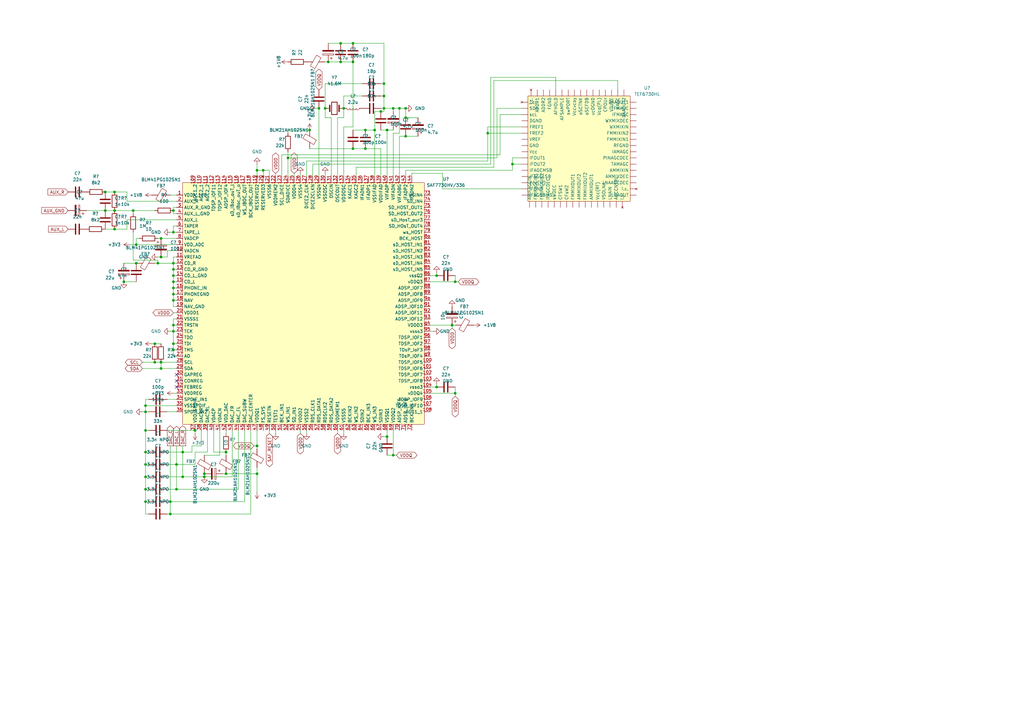
<source format=kicad_sch>
(kicad_sch (version 20211123) (generator eeschema)
  (paper "A3")
  (lib_symbols
    (symbol "Device:C" (pin_numbers hide) (pin_names (offset 0.254))
      (property "Reference" "C" (at 0.635 2.54 0))
      (property "Value" "C" (at 0.635 -2.54 0))
      (symbol "C_1_1"
        (pin passive line (at 0 3.81 270) (length 2.794) (name "~") (number "1"))
        (pin passive line (at 0 -3.81 90) (length 2.794) (name "~") (number "2"))
      )
    )
    (symbol "Device:C_Polarized" (pin_numbers hide) (pin_names (offset 0.254))
      (property "Reference" "C" (at 0.635 2.54 0))
      (property "Value" "C_Polarized" (at 0.635 -2.54 0))
      (symbol "C_Polarized_1_1"
        (pin passive line (at 0 3.81 270) (length 2.794) (name "~") (number "1"))
        (pin passive line (at 0 -3.81 90) (length 2.794) (name "~") (number "2"))
      )
    )
    (symbol "Device:Crystal" (pin_numbers hide) (pin_names (offset 1.016) hide)
      (property "Reference" "Y" (at 0 3.81 0))
      (property "Value" "Crystal" (at 0 -3.81 0))
      (symbol "Crystal_1_1"
        (pin passive line (at -3.81 0 0) (length 1.27) (name "1") (number "1"))
        (pin passive line (at 3.81 0 180) (length 1.27) (name "2") (number "2"))
      )
    )
    (symbol "Device:FerriteBead" (pin_numbers hide) (pin_names (offset 0))
      (property "Reference" "FB" (at -3.81 0.635 90))
      (property "Value" "FerriteBead" (at 3.81 0 90))
      (symbol "FerriteBead_1_1"
        (pin passive line (at 0 3.81 270) (length 2.54) (name "~") (number "1"))
        (pin passive line (at 0 -3.81 90) (length 2.54) (name "~") (number "2"))
      )
    )
    (symbol "Device:L" (pin_numbers hide) (pin_names (offset 1.016) hide)
      (property "Reference" "L" (at -1.27 0 90))
      (property "Value" "L" (at 1.905 0 90))
      (symbol "L_1_1"
        (pin passive line (at 0 3.81 270) (length 1.27) (name "1") (number "1"))
        (pin passive line (at 0 -3.81 90) (length 1.27) (name "2") (number "2"))
      )
    )
    (symbol "Device:R" (pin_numbers hide) (pin_names (offset 0))
      (property "Reference" "R" (at 2.032 0 90))
      (property "Value" "R" (at 0 0 90))
      (symbol "R_1_1"
        (pin passive line (at 0 3.81 270) (length 1.27) (name "~") (number "1"))
        (pin passive line (at 0 -3.81 90) (length 1.27) (name "~") (number "2"))
      )
    )
    (symbol "NXP_Radio:SAF7730HV{slash}336"
      (property "Reference" "U" (at 50.8 -57.15 0))
      (property "Value" "SAF7730HV{slash}336" (at 50.8 -54.61 0))
      (symbol "SAF7730HV{slash}336_0_0"
        (pin power_in line (at -1.27 -5.08 0) (length 2.54) (name "VDDA_1V8") (number "1"))
        (pin unspecified line (at -1.27 -27.94 0) (length 2.54) (name "VADCN") (number "10"))
        (pin unspecified line (at 102.87 -73.66 180) (length 2.54) (name "TDSP_IOF5") (number "100"))
        (pin unspecified line (at 102.87 -76.2 180) (length 2.54) (name "TDSP_IOF6") (number "101"))
        (pin unspecified line (at 102.87 -78.74 180) (length 2.54) (name "TDSP_IOF7") (number "102"))
        (pin unspecified line (at 102.87 -81.28 180) (length 2.54) (name "TDSP_IOF8") (number "103"))
        (pin unspecified line (at 102.87 -83.82 180) (length 2.54) (name "vsso3") (number "104"))
        (pin unspecified line (at 102.87 -86.36 180) (length 2.54) (name "vDDQ4") (number "105"))
        (pin unspecified line (at 102.87 -88.9 180) (length 2.54) (name "TDSP_IOF9") (number "106"))
        (pin unspecified line (at 102.87 -91.44 180) (length 2.54) (name "TDSP_IOF10") (number "107"))
        (pin unspecified line (at 102.87 -93.98 180) (length 2.54) (name "AGC1_1") (number "108"))
        (pin unspecified line (at 6.35 2.54 270) (length 2.54) (name "AGC1_2") (number "109"))
        (pin unspecified line (at -1.27 -30.48 0) (length 2.54) (name "VREFAD") (number "11"))
        (pin unspecified line (at 8.89 2.54 270) (length 2.54) (name "AGC2_1") (number "110"))
        (pin unspecified line (at 11.43 2.54 270) (length 2.54) (name "AGC2_2") (number "111"))
        (pin unspecified line (at 13.97 2.54 270) (length 2.54) (name "TDSP_IOF11") (number "112"))
        (pin unspecified line (at 16.51 2.54 270) (length 2.54) (name "TDSP_IOF12") (number "113"))
        (pin unspecified line (at 19.05 2.54 270) (length 2.54) (name "ADSP_IOF4") (number "114"))
        (pin unspecified line (at 21.59 2.54 270) (length 2.54) (name "sD_IBoc_ouT_l") (number "115"))
        (pin unspecified line (at 24.13 2.54 270) (length 2.54) (name "sD_IBoc_ouT_o") (number "116"))
        (pin unspecified line (at 26.67 2.54 270) (length 2.54) (name "WS_IBOC_OUT") (number "117"))
        (pin unspecified line (at 29.21 2.54 270) (length 2.54) (name "BCK_IBOC_OUT") (number "118"))
        (pin no_connect line (at 31.75 2.54 270) (length 2.54) (name "RESERVED2") (number "119"))
        (pin unspecified line (at -1.27 -33.02 0) (length 2.54) (name "CD_R") (number "12"))
        (pin no_connect line (at 34.29 2.54 270) (length 2.54) (name "RESERVED3") (number "120"))
        (pin unspecified line (at 36.83 2.54 270) (length 2.54) (name "VSSS6") (number "121"))
        (pin unspecified line (at 39.37 2.54 270) (length 2.54) (name "VDDMEM2") (number "122"))
        (pin unspecified line (at 41.91 2.54 270) (length 2.54) (name "SCL_DICE") (number "123"))
        (pin unspecified line (at 44.45 2.54 270) (length 2.54) (name "SDADICE") (number "124"))
        (pin unspecified line (at 46.99 2.54 270) (length 2.54) (name "VDDD4") (number "125"))
        (pin unspecified line (at 49.53 2.54 270) (length 2.54) (name "VSSS4") (number "126"))
        (pin unspecified line (at 52.07 2.54 270) (length 2.54) (name "DICE2_CLK") (number "127"))
        (pin unspecified line (at 54.61 2.54 270) (length 2.54) (name "DICE2CLKN") (number "128"))
        (pin unspecified line (at 57.15 2.54 270) (length 2.54) (name "VSSQ4") (number "129"))
        (pin unspecified line (at -1.27 -35.56 0) (length 2.54) (name "CD_R_GND") (number "13"))
        (pin unspecified line (at 59.69 2.54 270) (length 2.54) (name "VSSOSC") (number "130"))
        (pin unspecified line (at 62.23 2.54 270) (length 2.54) (name "OSCIN") (number "131"))
        (pin unspecified line (at 64.77 2.54 270) (length 2.54) (name "OSCOUT") (number "132"))
        (pin unspecified line (at 67.31 2.54 270) (length 2.54) (name "VDDOSC") (number "133"))
        (pin unspecified line (at 69.85 2.54 270) (length 2.54) (name "KAGC1") (number "134"))
        (pin unspecified line (at 72.39 2.54 270) (length 2.54) (name "KAGC2") (number "135"))
        (pin unspecified line (at 74.93 2.54 270) (length 2.54) (name "IFADN1") (number "136"))
        (pin unspecified line (at 77.47 2.54 270) (length 2.54) (name "IFADP1") (number "137"))
        (pin unspecified line (at 80.01 2.54 270) (length 2.54) (name "VSSIFAD") (number "138"))
        (pin unspecified line (at 82.55 2.54 270) (length 2.54) (name "VDDIFAD") (number "139"))
        (pin unspecified line (at -1.27 -38.1 0) (length 2.54) (name "CD_L_GND") (number "14"))
        (pin unspecified line (at 85.09 2.54 270) (length 2.54) (name "VIFADP") (number "140"))
        (pin unspecified line (at 87.63 2.54 270) (length 2.54) (name "VIFADN") (number "141"))
        (pin unspecified line (at 90.17 2.54 270) (length 2.54) (name "VIFADBG") (number "142"))
        (pin unspecified line (at 92.71 2.54 270) (length 2.54) (name "IFADP2") (number "143"))
        (pin unspecified line (at 95.25 2.54 270) (length 2.54) (name "IFADN2") (number "144"))
        (pin unspecified line (at -1.27 -40.64 0) (length 2.54) (name "CD_L") (number "15"))
        (pin unspecified line (at -1.27 -43.18 0) (length 2.54) (name "PHONE_IN") (number "16"))
        (pin unspecified line (at -1.27 -45.72 0) (length 2.54) (name "PHONEGND") (number "17"))
        (pin unspecified line (at -1.27 -48.26 0) (length 2.54) (name "NAV") (number "18"))
        (pin unspecified line (at -1.27 -50.8 0) (length 2.54) (name "NAV_GND") (number "19"))
        (pin unspecified line (at -1.27 -7.62 0) (length 2.54) (name "AUX_R") (number "2"))
        (pin unspecified line (at -1.27 -53.34 0) (length 2.54) (name "VDDD1") (number "20"))
        (pin unspecified line (at -1.27 -55.88 0) (length 2.54) (name "VSSS1") (number "21"))
        (pin unspecified line (at -1.27 -58.42 0) (length 2.54) (name "TRSTN") (number "22"))
        (pin unspecified line (at -1.27 -60.96 0) (length 2.54) (name "TCK") (number "23"))
        (pin unspecified line (at -1.27 -63.5 0) (length 2.54) (name "TDO") (number "24"))
        (pin unspecified line (at -1.27 -66.04 0) (length 2.54) (name "TDI") (number "25"))
        (pin unspecified line (at -1.27 -68.58 0) (length 2.54) (name "TMS") (number "26"))
        (pin unspecified line (at -1.27 -71.12 0) (length 2.54) (name "AO") (number "27"))
        (pin unspecified line (at -1.27 -73.66 0) (length 2.54) (name "SCL") (number "28"))
        (pin unspecified line (at -1.27 -76.2 0) (length 2.54) (name "SDA") (number "29"))
        (pin power_in line (at -1.27 -10.16 0) (length 2.54) (name "AUX_R_GND") (number "3"))
        (pin unspecified line (at -1.27 -78.74 0) (length 2.54) (name "GAPREG") (number "30"))
        (pin unspecified line (at -1.27 -81.28 0) (length 2.54) (name "CONREG") (number "31"))
        (pin unspecified line (at -1.27 -83.82 0) (length 2.54) (name "FEBREG") (number "32"))
        (pin unspecified line (at -1.27 -86.36 0) (length 2.54) (name "VDDREG") (number "33"))
        (pin unspecified line (at -1.27 -88.9 0) (length 2.54) (name "SPDIF_IN1") (number "34"))
        (pin unspecified line (at -1.27 -91.44 0) (length 2.54) (name "VSSSPDIF") (number "35"))
        (pin unspecified line (at -1.27 -93.98 0) (length 2.54) (name "SPDIF_IN2") (number "36"))
        (pin unspecified line (at 6.35 -101.6 90) (length 2.54) (name "VDD_SPDIF") (number "37"))
        (pin unspecified line (at 8.89 -101.6 90) (length 2.54) (name "DACRR") (number "38"))
        (pin unspecified line (at 11.43 -101.6 90) (length 2.54) (name "DAC_RL") (number "39"))
        (pin power_in line (at -1.27 -12.7 0) (length 2.54) (name "AUX_L_GND") (number "4"))
        (pin unspecified line (at 13.97 -101.6 90) (length 2.54) (name "VDACP") (number "40"))
        (pin unspecified line (at 16.51 -101.6 90) (length 2.54) (name "VDACN") (number "41"))
        (pin unspecified line (at 19.05 -101.6 90) (length 2.54) (name "VDD_DAC") (number "42"))
        (pin unspecified line (at 21.59 -101.6 90) (length 2.54) (name "DAC_FR") (number "43"))
        (pin unspecified line (at 24.13 -101.6 90) (length 2.54) (name "DAC_FL") (number "44"))
        (pin unspecified line (at 26.67 -101.6 90) (length 2.54) (name "DAC_SUBW") (number "45"))
        (pin unspecified line (at 29.21 -101.6 90) (length 2.54) (name "DAC_CENTER") (number "46"))
        (pin unspecified line (at 31.75 -101.6 90) (length 2.54) (name "VDDQ1") (number "47"))
        (pin unspecified line (at 34.29 -101.6 90) (length 2.54) (name "FS_SYS") (number "48"))
        (pin unspecified line (at 36.83 -101.6 90) (length 2.54) (name "RESETN") (number "49"))
        (pin unspecified line (at -1.27 -15.24 0) (length 2.54) (name "AUX_L") (number "5"))
        (pin unspecified line (at 39.37 -101.6 90) (length 2.54) (name "TEST1") (number "50"))
        (pin unspecified line (at 41.91 -101.6 90) (length 2.54) (name "BCK_IN1") (number "51"))
        (pin unspecified line (at 44.45 -101.6 90) (length 2.54) (name "WS_IN1") (number "52"))
        (pin unspecified line (at 46.99 -101.6 90) (length 2.54) (name "SD_IN1") (number "53"))
        (pin unspecified line (at 49.53 -101.6 90) (length 2.54) (name "VDDD2") (number "54"))
        (pin unspecified line (at 52.07 -101.6 90) (length 2.54) (name "VSSS2") (number "55"))
        (pin unspecified line (at 54.61 -101.6 90) (length 2.54) (name "RDS_CLK1") (number "56"))
        (pin unspecified line (at 57.15 -101.6 90) (length 2.54) (name "RDS_DATA1") (number "57"))
        (pin unspecified line (at 59.69 -101.6 90) (length 2.54) (name "RDSCLK2") (number "58"))
        (pin unspecified line (at 62.23 -101.6 90) (length 2.54) (name "RDS_DATA2") (number "59"))
        (pin unspecified line (at -1.27 -17.78 0) (length 2.54) (name "TAPER") (number "6"))
        (pin unspecified line (at 64.77 -101.6 90) (length 2.54) (name "VDDMEM1") (number "60"))
        (pin unspecified line (at 67.31 -101.6 90) (length 2.54) (name "VSSS5") (number "61"))
        (pin unspecified line (at 69.85 -101.6 90) (length 2.54) (name "BCKIN2") (number "62"))
        (pin unspecified line (at 72.39 -101.6 90) (length 2.54) (name "WS_IN2") (number "63"))
        (pin unspecified line (at 74.93 -101.6 90) (length 2.54) (name "SDIN2") (number "64"))
        (pin unspecified line (at 77.47 -101.6 90) (length 2.54) (name "BCK_IN3") (number "65"))
        (pin unspecified line (at 80.01 -101.6 90) (length 2.54) (name "WS_IN3") (number "66"))
        (pin unspecified line (at 82.55 -101.6 90) (length 2.54) (name "SDIN3") (number "67"))
        (pin unspecified line (at 85.09 -101.6 90) (length 2.54) (name "VSSQ1") (number "68"))
        (pin unspecified line (at 87.63 -101.6 90) (length 2.54) (name "VDDQ2") (number "69"))
        (pin unspecified line (at -1.27 -20.32 0) (length 2.54) (name "TAPE_L") (number "7"))
        (pin unspecified line (at 90.17 -101.6 90) (length 2.54) (name "ADSP_IOF5") (number "70"))
        (pin unspecified line (at 92.71 -101.6 90) (length 2.54) (name "ADSP_IOF6") (number "71"))
        (pin unspecified line (at 95.25 -101.6 90) (length 2.54) (name "BCK_IN4") (number "72"))
        (pin unspecified line (at 102.87 -5.08 180) (length 2.54) (name "WSIN4") (number "73"))
        (pin unspecified line (at 102.87 -7.62 180) (length 2.54) (name "SD_IN4") (number "74"))
        (pin unspecified line (at 102.87 -10.16 180) (length 2.54) (name "SD_HOST_OUT1") (number "75"))
        (pin unspecified line (at 102.87 -12.7 180) (length 2.54) (name "SD_HOST_OUT2") (number "76"))
        (pin unspecified line (at 102.87 -15.24 180) (length 2.54) (name "sD_HosT_our3") (number "77"))
        (pin unspecified line (at 102.87 -17.78 180) (length 2.54) (name "SD_HOsT_OUT4") (number "78"))
        (pin unspecified line (at 102.87 -20.32 180) (length 2.54) (name "ws_HOST") (number "79"))
        (pin unspecified line (at -1.27 -22.86 0) (length 2.54) (name "VADCP") (number "8"))
        (pin unspecified line (at 102.87 -25.4 180) (length 2.54) (name "sD_HOST_IN1") (number "81"))
        (pin unspecified line (at 102.87 -27.94 180) (length 2.54) (name "sD_HOST_IN2") (number "82"))
        (pin unspecified line (at 102.87 -30.48 180) (length 2.54) (name "sD_HOST_IN3") (number "83"))
        (pin unspecified line (at 102.87 -33.02 180) (length 2.54) (name "sD_HOST_IN4") (number "84"))
        (pin unspecified line (at 102.87 -35.56 180) (length 2.54) (name "sD_HOST_IN5") (number "85"))
        (pin unspecified line (at 102.87 -38.1 180) (length 2.54) (name "vssQ2") (number "86"))
        (pin unspecified line (at 102.87 -40.64 180) (length 2.54) (name "vDDQ3") (number "87"))
        (pin unspecified line (at 102.87 -43.18 180) (length 2.54) (name "ADSP_IOF7") (number "88"))
        (pin unspecified line (at 102.87 -45.72 180) (length 2.54) (name "ADSP_IOF8") (number "89"))
        (pin unspecified line (at 102.87 -22.86 180) (length 2.54) (name "BCK_HOST") (number "8o"))
        (pin unspecified line (at -1.27 -25.4 0) (length 2.54) (name "VDD_ADC") (number "9"))
        (pin unspecified line (at 102.87 -50.8 180) (length 2.54) (name "ADSP_IOF10") (number "91"))
        (pin unspecified line (at 102.87 -53.34 180) (length 2.54) (name "ADSP_IOF11") (number "92"))
        (pin unspecified line (at 102.87 -55.88 180) (length 2.54) (name "ADSP_IOF12") (number "93"))
        (pin unspecified line (at 102.87 -60.96 180) (length 2.54) (name "vsss3") (number "95"))
        (pin unspecified line (at 102.87 -63.5 180) (length 2.54) (name "TDSP_IOF1") (number "96"))
        (pin unspecified line (at 102.87 -66.04 180) (length 2.54) (name "TDSP_IOF2") (number "97"))
        (pin unspecified line (at 102.87 -68.58 180) (length 2.54) (name "TDsP_IoF3") (number "98"))
        (pin unspecified line (at 102.87 -48.26 180) (length 2.54) (name "ADSP_IOF9") (number "9o"))
        (pin unspecified line (at 102.87 -58.42 180) (length 2.54) (name "VDDD3") (number "g4"))
        (pin unspecified line (at 102.87 -71.12 180) (length 2.54) (name "TDsP_IOF4") (number "g9"))
      )
    )
    (symbol "NXP_Radio:TEF6730HL"
      (property "Reference" "U" (at 50.165 4.445 0))
      (property "Value" "TEF6730HL" (at 50.8 2.54 0))
      (symbol "TEF6730HL_0_0"
        (pin unspecified line (at 48.26 -3.175 180) (length 2.54) (name "ADDR1") (number ""))
        (pin unspecified line (at 48.26 -5.715 180) (length 2.54) (name "ADDR2") (number ""))
        (pin unspecified line (at 48.26 -10.795 180) (length 2.54) (name "AFHOLD") (number ""))
        (pin unspecified line (at 48.26 -13.335 180) (length 2.54) (name "AFSAMPLE") (number ""))
        (pin unspecified line (at 0 -35.56 0) (length 2.54) (name "AGCCNTRL") (number ""))
        (pin unspecified line (at 0 0 0) (length 2.54) (name "AMIFAGCIN") (number ""))
        (pin unspecified line (at 12.7 -43.815 90) (length 2.54) (name "AMMIXDEC") (number ""))
        (pin unspecified line (at 15.24 -43.815 90) (length 2.54) (name "AMMIXIN") (number ""))
        (pin unspecified line (at 0 -25.4 0) (length 2.54) (name "AMMIXOUT1") (number ""))
        (pin unspecified line (at 0 -20.32 0) (length 2.54) (name "AMMIXOUT2") (number ""))
        (pin unspecified line (at 0 -12.7 0) (length 2.54) (name "CFSW1") (number ""))
        (pin unspecified line (at 0 -15.24 0) (length 2.54) (name "CFsW2") (number ""))
        (pin unspecified line (at 48.26 -31.115 180) (length 2.54) (name "CPOUr") (number ""))
        (pin unspecified line (at 43.18 -43.815 90) (length 2.54) (name "DAAOUT1") (number ""))
        (pin unspecified line (at 48.26 -38.735 180) (length 2.54) (name "DAAOUT2") (number ""))
        (pin unspecified line (at 35.56 3.175 270) (length 2.54) (name "DGND") (number ""))
        (pin unspecified line (at 48.26 -8.255 180) (length 2.54) (name "FGND") (number ""))
        (pin unspecified line (at 0 -2.54 0) (length 2.54) (name "FMIFAGCIN1") (number ""))
        (pin unspecified line (at 0 -5.08 0) (length 2.54) (name "FMIFAGCIN2") (number ""))
        (pin unspecified line (at 0 -22.86 0) (length 2.54) (name "FMMIIXOUT2") (number ""))
        (pin unspecified line (at 27.94 -43.815 90) (length 2.54) (name "FMMIXIN1") (number ""))
        (pin unspecified line (at 30.48 -43.815 90) (length 2.54) (name "FMMIXIN2") (number ""))
        (pin unspecified line (at 0 -17.78 0) (length 2.54) (name "FMMIXOUT1") (number ""))
        (pin unspecified line (at 33.02 3.175 270) (length 2.54) (name "FREF1") (number ""))
        (pin unspecified line (at 30.48 3.175 270) (length 2.54) (name "FREF2") (number ""))
        (pin unspecified line (at 25.4 3.175 270) (length 2.54) (name "GND") (number ""))
        (pin no_connect line (at 0 -38.1 0) (length 2.54) (name "i.c.") (number ""))
        (pin no_connect line (at 7.62 -43.815 90) (length 2.54) (name "i.c.") (number ""))
        (pin no_connect line (at 43.18 3.175 270) (length 2.54) (name "i.c.") (number ""))
        (pin no_connect line (at 48.26 -0.635 180) (length 2.54) (name "i.c.") (number ""))
        (pin unspecified line (at 22.86 -43.815 90) (length 2.54) (name "IAMAGC") (number ""))
        (pin unspecified line (at 5.08 3.175 270) (length 2.54) (name "IFAGCBIAS") (number ""))
        (pin unspecified line (at 0 -7.62 0) (length 2.54) (name "IFAGCDEC") (number ""))
        (pin unspecified line (at 12.7 3.175 270) (length 2.54) (name "IFAGCLSB") (number ""))
        (pin unspecified line (at 7.62 3.175 270) (length 2.54) (name "IFGND") (number ""))
        (pin unspecified line (at 38.1 -43.815 90) (length 2.54) (name "IFMAGC") (number ""))
        (pin unspecified line (at 20.32 3.175 270) (length 2.54) (name "IFOUT1") (number ""))
        (pin unspecified line (at 17.78 3.175 270) (length 2.54) (name "IFOUT2") (number ""))
        (pin unspecified line (at 48.26 -36.195 180) (length 2.54) (name "KAGC") (number ""))
        (pin unspecified line (at 15.24 3.175 270) (length 2.54) (name "lFAGCMSB") (number ""))
        (pin unspecified line (at 10.16 -43.815 90) (length 2.54) (name "LNAAGCDEC") (number ""))
        (pin unspecified line (at 0 -33.02 0) (length 2.54) (name "LNAIN") (number ""))
        (pin unspecified line (at 5.08 -43.815 90) (length 2.54) (name "LNAOUT") (number ""))
        (pin unspecified line (at 48.26 -23.495 180) (length 2.54) (name "oSCFDB") (number ""))
        (pin unspecified line (at 48.26 -20.955 180) (length 2.54) (name "oSCTNK") (number ""))
        (pin unspecified line (at 20.32 -43.815 90) (length 2.54) (name "PINAGCDEC") (number ""))
        (pin unspecified line (at 25.4 -43.815 90) (length 2.54) (name "RFGND") (number ""))
        (pin unspecified line (at 38.1 3.175 270) (length 2.54) (name "scL") (number ""))
        (pin unspecified line (at 40.64 3.175 270) (length 2.54) (name "SDA") (number ""))
        (pin unspecified line (at 0 -10.16 0) (length 2.54) (name "sWDEC") (number ""))
        (pin unspecified line (at 48.26 -15.875 180) (length 2.54) (name "swPORT") (number ""))
        (pin unspecified line (at 17.78 -43.815 90) (length 2.54) (name "TAMAGC") (number ""))
        (pin unspecified line (at 40.64 -43.815 90) (length 2.54) (name "TFMAGC") (number ""))
        (pin unspecified line (at 0 -30.48 0) (length 2.54) (name "V5OLNA") (number ""))
        (pin unspecified line (at 22.86 3.175 270) (length 2.54) (name "Vcc") (number ""))
        (pin unspecified line (at 10.16 3.175 270) (length 2.54) (name "Vcc(IF)") (number ""))
        (pin unspecified line (at 0 -27.94 0) (length 2.54) (name "Vcc(RF)") (number ""))
        (pin unspecified line (at 48.26 -18.415 180) (length 2.54) (name "Vccvcoy") (number ""))
        (pin unspecified line (at 48.26 -26.035 180) (length 2.54) (name "vcOGND") (number ""))
        (pin unspecified line (at 48.26 -28.575 180) (length 2.54) (name "Vcq(PL)") (number ""))
        (pin unspecified line (at 27.94 3.175 270) (length 2.54) (name "VREF") (number ""))
        (pin unspecified line (at 48.26 -33.655 180) (length 2.54) (name "VTUNE") (number ""))
        (pin unspecified line (at 35.56 -43.815 90) (length 2.54) (name "WXMIXDEC") (number ""))
        (pin unspecified line (at 33.02 -43.815 90) (length 2.54) (name "WXMIXIN") (number ""))
      )
    )
    (symbol "power:+1V8" (power) (pin_names (offset 0))
      (property "Value" "+1V8" (at 0 3.556 0))
      (symbol "+1V8_1_1"
        (pin power_in line (at 0 0 90) (length 0) hide (name "+1V8") (number "1"))
      )
    )
    (symbol "power:+3.3V" (power) (pin_names (offset 0))
      (property "Value" "+3.3V" (at 0 3.556 0))
      (symbol "+3.3V_1_1"
        (pin power_in line (at 0 0 90) (length 0) hide (name "+3V3") (number "1"))
      )
    )
    (symbol "power:GND" (power) (pin_names (offset 0))
      (property "Value" "GND" (at 0 -3.81 0))
      (symbol "GND_1_1"
        (pin power_in line (at 0 0 270) (length 0) hide (name "GND") (number "1"))
      )
    )
  )
  (junction (at 63.5 140.97))
  (junction (at 92.71 185.42))
  (junction (at 64.77 107.95))
  (junction (at 163.83 44.45))
  (junction (at 185.42 133.35))
  (junction (at 74.93 195.58))
  (junction (at 63.5 148.59))
  (junction (at 69.85 210.82))
  (junction (at 161.29 44.45))
  (junction (at 144.78 25.4))
  (junction (at 139.7 17.78))
  (junction (at 71.12 86.36))
  (junction (at 166.37 44.45))
  (junction (at 144.78 60.96))
  (junction (at 92.71 194.31))
  (junction (at 71.12 95.25))
  (junction (at 59.69 176.53))
  (junction (at 59.69 195.58))
  (junction (at 71.12 110.49))
  (junction (at 127 53.34))
  (junction (at 179.07 113.03))
  (junction (at 105.41 194.31))
  (junction (at 149.86 53.34))
  (junction (at 107.95 69.85))
  (junction (at 43.18 78.74))
  (junction (at 46.99 93.98))
  (junction (at 186.69 161.29))
  (junction (at 66.04 148.59))
  (junction (at 72.39 200.66))
  (junction (at 71.12 143.51))
  (junction (at 71.12 140.97))
  (junction (at 71.12 115.57))
  (junction (at 66.04 151.13))
  (junction (at 118.11 64.77))
  (junction (at 156.21 45.72))
  (junction (at 210.185 67.31))
  (junction (at 133.35 44.45))
  (junction (at 140.97 44.45))
  (junction (at 59.69 166.37))
  (junction (at 158.75 179.07))
  (junction (at 71.12 120.65))
  (junction (at 139.7 25.4))
  (junction (at 157.48 34.29))
  (junction (at 186.69 115.57))
  (junction (at 59.69 200.66))
  (junction (at 157.48 39.37))
  (junction (at 71.12 123.19))
  (junction (at 166.37 55.88))
  (junction (at 72.39 190.5))
  (junction (at 66.04 105.41))
  (junction (at 105.41 182.88))
  (junction (at 71.12 107.95))
  (junction (at 43.18 86.36))
  (junction (at 80.01 176.53))
  (junction (at 59.69 168.91))
  (junction (at 130.81 44.45))
  (junction (at 83.82 194.31))
  (junction (at 161.29 186.69))
  (junction (at 74.93 185.42))
  (junction (at 83.82 195.58))
  (junction (at 200.025 54.61))
  (junction (at 59.69 205.74))
  (junction (at 54.61 86.36))
  (junction (at 144.78 17.78))
  (junction (at 71.12 135.89))
  (junction (at 46.99 86.36))
  (junction (at 149.86 60.96))
  (junction (at 46.99 78.74))
  (junction (at 71.12 118.11))
  (junction (at 157.48 44.45))
  (junction (at 158.75 53.34))
  (junction (at 69.85 205.74))
  (junction (at 166.37 48.26))
  (junction (at 59.69 190.5))
  (junction (at 71.12 133.35))
  (junction (at 153.67 53.34))
  (junction (at 55.88 100.33))
  (junction (at 134.62 25.4))
  (junction (at 179.07 158.75))
  (junction (at 71.12 113.03))
  (junction (at 66.04 97.79))
  (junction (at 105.41 69.85))
  (junction (at 55.88 107.95))
  (junction (at 59.69 185.42))
  (junction (at 50.8 115.57))
  (no_connect (at 72.39 156.21))
  (no_connect (at 72.39 158.75))
  (no_connect (at 72.39 153.67))
  (wire (pts (xy 163.83 55.88) (xy 166.37 55.88)))
  (wire (pts (xy 118.11 72.39) (xy 118.11 64.77)))
  (wire (pts (xy 110.49 69.85) (xy 107.95 69.85)))
  (wire (pts (xy 63.5 148.59) (xy 66.04 148.59)))
  (wire (pts (xy 59.69 205.74) (xy 60.96 205.74)))
  (wire (pts (xy 72.39 125.73) (xy 71.12 125.73)))
  (wire (pts (xy 55.88 97.79) (xy 55.88 100.33)))
  (wire (pts (xy 135.89 48.26) (xy 133.35 48.26)))
  (wire (pts (xy 87.63 185.42) (xy 92.71 185.42)))
  (wire (pts (xy 82.55 176.53) (xy 82.55 182.88)))
  (wire (pts (xy 71.12 110.49) (xy 71.12 113.03)))
  (wire (pts (xy 201.295 31.75) (xy 201.295 67.31)))
  (wire (pts (xy 71.12 123.19) (xy 71.12 125.73)))
  (wire (pts (xy 71.12 110.49) (xy 72.39 110.49)))
  (wire (pts (xy 83.82 194.31) (xy 83.82 195.58)))
  (wire (pts (xy 43.18 86.36) (xy 46.99 86.36)))
  (wire (pts (xy 35.56 86.36) (xy 43.18 86.36)))
  (wire (pts (xy 118.11 54.61) (xy 118.11 53.34)))
  (wire (pts (xy 58.42 168.91) (xy 59.69 168.91)))
  (wire (pts (xy 64.77 105.41) (xy 66.04 105.41)))
  (wire (pts (xy 168.91 72.39) (xy 168.91 71.12)))
  (wire (pts (xy 85.09 185.42) (xy 85.09 176.53)))
  (wire (pts (xy 92.71 185.42) (xy 92.71 186.69)))
  (wire (pts (xy 161.29 54.61) (xy 163.83 54.61)))
  (wire (pts (xy 186.69 113.03) (xy 186.69 115.57)))
  (wire (pts (xy 80.01 176.53) (xy 80.01 177.8)))
  (wire (pts (xy 59.69 195.58) (xy 59.69 200.66)))
  (wire (pts (xy 72.39 200.66) (xy 68.58 200.66)))
  (wire (pts (xy 69.85 205.74) (xy 68.58 205.74)))
  (wire (pts (xy 71.12 161.29) (xy 72.39 161.29)))
  (wire (pts (xy 66.04 105.41) (xy 68.58 105.41)))
  (wire (pts (xy 149.86 53.34) (xy 153.67 53.34)))
  (wire (pts (xy 203.835 44.45) (xy 203.835 64.77)))
  (wire (pts (xy 171.45 55.88) (xy 166.37 55.88)))
  (wire (pts (xy 72.39 190.5) (xy 72.39 200.66)))
  (wire (pts (xy 72.39 90.17) (xy 52.07 90.17)))
  (wire (pts (xy 153.67 53.34) (xy 153.67 72.39)))
  (wire (pts (xy 153.67 45.72) (xy 153.67 53.34)))
  (wire (pts (xy 166.37 69.85) (xy 210.185 69.85)))
  (wire (pts (xy 113.03 71.12) (xy 113.03 72.39)))
  (wire (pts (xy 140.97 39.37) (xy 140.97 44.45)))
  (wire (pts (xy 54.61 95.25) (xy 54.61 106.68)))
  (wire (pts (xy 227.965 31.75) (xy 227.965 36.83)))
  (wire (pts (xy 105.41 201.93) (xy 105.41 194.31)))
  (wire (pts (xy 72.39 143.51) (xy 71.12 143.51)))
  (wire (pts (xy 120.65 71.12) (xy 120.65 72.39)))
  (wire (pts (xy 74.93 195.58) (xy 68.58 195.58)))
  (wire (pts (xy 78.74 182.88) (xy 82.55 182.88)))
  (wire (pts (xy 97.79 176.53) (xy 97.79 200.66)))
  (wire (pts (xy 68.58 190.5) (xy 72.39 190.5)))
  (wire (pts (xy 53.34 100.33) (xy 55.88 100.33)))
  (wire (pts (xy 157.48 34.29) (xy 157.48 39.37)))
  (wire (pts (xy 158.75 186.69) (xy 161.29 186.69)))
  (wire (pts (xy 181.61 77.47) (xy 213.995 77.47)))
  (wire (pts (xy 144.78 17.78) (xy 157.48 17.78)))
  (wire (pts (xy 158.75 53.34) (xy 161.29 53.34)))
  (wire (pts (xy 100.33 205.74) (xy 69.85 205.74)))
  (wire (pts (xy 71.12 120.65) (xy 71.12 123.19)))
  (wire (pts (xy 69.85 135.89) (xy 71.12 135.89)))
  (wire (pts (xy 66.04 148.59) (xy 72.39 148.59)))
  (wire (pts (xy 71.12 133.35) (xy 71.12 135.89)))
  (wire (pts (xy 105.41 194.31) (xy 105.41 191.77)))
  (wire (pts (xy 140.97 52.07) (xy 144.78 52.07)))
  (wire (pts (xy 105.41 182.88) (xy 105.41 184.15)))
  (wire (pts (xy 210.185 69.85) (xy 210.185 67.31)))
  (wire (pts (xy 123.19 176.53) (xy 123.19 177.8)))
  (wire (pts (xy 123.19 71.12) (xy 123.19 72.39)))
  (wire (pts (xy 66.04 151.13) (xy 72.39 151.13)))
  (wire (pts (xy 168.91 71.12) (xy 181.61 71.12)))
  (wire (pts (xy 71.12 85.09) (xy 71.12 86.36)))
  (wire (pts (xy 74.93 185.42) (xy 74.93 195.58)))
  (wire (pts (xy 69.85 182.88) (xy 69.85 205.74)))
  (wire (pts (xy 163.83 54.61) (xy 163.83 44.45)))
  (wire (pts (xy 71.12 135.89) (xy 71.12 140.97)))
  (wire (pts (xy 133.35 48.26) (xy 133.35 44.45)))
  (wire (pts (xy 59.69 185.42) (xy 59.69 190.5)))
  (wire (pts (xy 69.85 95.25) (xy 71.12 95.25)))
  (wire (pts (xy 59.69 168.91) (xy 60.96 168.91)))
  (wire (pts (xy 156.21 39.37) (xy 157.48 39.37)))
  (wire (pts (xy 66.04 140.97) (xy 63.5 140.97)))
  (wire (pts (xy 71.12 118.11) (xy 72.39 118.11)))
  (wire (pts (xy 138.43 48.26) (xy 138.43 72.39)))
  (wire (pts (xy 92.71 176.53) (xy 92.71 177.8)))
  (wire (pts (xy 176.53 133.35) (xy 185.42 133.35)))
  (wire (pts (xy 71.12 92.71) (xy 72.39 92.71)))
  (wire (pts (xy 144.78 53.34) (xy 149.86 53.34)))
  (wire (pts (xy 59.69 163.83) (xy 59.69 166.37)))
  (wire (pts (xy 64.77 107.95) (xy 63.5 107.95)))
  (wire (pts (xy 50.8 107.95) (xy 55.88 107.95)))
  (wire (pts (xy 205.105 46.99) (xy 213.995 46.99)))
  (wire (pts (xy 205.105 63.5) (xy 205.105 46.99)))
  (wire (pts (xy 58.42 148.59) (xy 63.5 148.59)))
  (wire (pts (xy 181.61 77.47) (xy 181.61 71.12)))
  (wire (pts (xy 46.99 78.74) (xy 52.07 78.74)))
  (wire (pts (xy 133.35 71.12) (xy 133.35 72.39)))
  (wire (pts (xy 157.48 45.72) (xy 157.48 44.45)))
  (wire (pts (xy 146.05 72.39) (xy 146.05 68.58)))
  (wire (pts (xy 201.295 31.75) (xy 227.965 31.75)))
  (wire (pts (xy 179.07 157.48) (xy 179.07 158.75)))
  (wire (pts (xy 59.69 168.91) (xy 59.69 176.53)))
  (wire (pts (xy 71.12 146.05) (xy 71.12 143.51)))
  (wire (pts (xy 107.95 69.85) (xy 105.41 69.85)))
  (wire (pts (xy 163.83 55.88) (xy 163.83 72.39)))
  (wire (pts (xy 52.07 90.17) (xy 52.07 93.98)))
  (wire (pts (xy 125.73 72.39) (xy 125.73 66.04)))
  (wire (pts (xy 110.49 176.53) (xy 110.49 177.8)))
  (wire (pts (xy 166.37 72.39) (xy 166.37 69.85)))
  (wire (pts (xy 64.77 107.95) (xy 71.12 107.95)))
  (wire (pts (xy 105.41 69.85) (xy 105.41 67.31)))
  (wire (pts (xy 43.18 78.74) (xy 46.99 78.74)))
  (wire (pts (xy 139.7 25.4) (xy 144.78 25.4)))
  (wire (pts (xy 59.69 210.82) (xy 60.96 210.82)))
  (wire (pts (xy 59.69 190.5) (xy 60.96 190.5)))
  (wire (pts (xy 52.07 82.55) (xy 52.07 78.74)))
  (wire (pts (xy 200.025 66.04) (xy 200.025 54.61)))
  (wire (pts (xy 72.39 87.63) (xy 71.12 87.63)))
  (wire (pts (xy 210.185 67.31) (xy 210.185 64.77)))
  (wire (pts (xy 127 60.96) (xy 144.78 60.96)))
  (wire (pts (xy 60.96 176.53) (xy 59.69 176.53)))
  (wire (pts (xy 59.69 195.58) (xy 60.96 195.58)))
  (wire (pts (xy 69.85 80.01) (xy 72.39 80.01)))
  (wire (pts (xy 144.78 25.4) (xy 144.78 52.07)))
  (wire (pts (xy 128.27 72.39) (xy 128.27 67.31)))
  (wire (pts (xy 118.11 62.23) (xy 118.11 64.77)))
  (wire (pts (xy 71.12 123.19) (xy 72.39 123.19)))
  (wire (pts (xy 186.69 161.29) (xy 186.69 162.56)))
  (wire (pts (xy 156.21 60.96) (xy 149.86 60.96)))
  (wire (pts (xy 71.12 95.25) (xy 71.12 92.71)))
  (wire (pts (xy 125.73 176.53) (xy 125.73 177.8)))
  (wire (pts (xy 148.59 34.29) (xy 133.35 34.29)))
  (wire (pts (xy 52.07 93.98) (xy 46.99 93.98)))
  (wire (pts (xy 63.5 86.36) (xy 54.61 86.36)))
  (wire (pts (xy 72.39 85.09) (xy 71.12 85.09)))
  (wire (pts (xy 185.42 133.35) (xy 186.69 133.35)))
  (wire (pts (xy 71.12 118.11) (xy 71.12 120.65)))
  (wire (pts (xy 83.82 195.58) (xy 74.93 195.58)))
  (wire (pts (xy 166.37 48.26) (xy 171.45 48.26)))
  (wire (pts (xy 100.33 176.53) (xy 100.33 205.74)))
  (wire (pts (xy 202.565 33.02) (xy 202.565 68.58)))
  (wire (pts (xy 157.48 39.37) (xy 157.48 44.45)))
  (wire (pts (xy 166.37 44.45) (xy 166.37 48.26)))
  (wire (pts (xy 68.58 102.87) (xy 72.39 102.87)))
  (wire (pts (xy 156.21 44.45) (xy 157.48 44.45)))
  (wire (pts (xy 72.39 190.5) (xy 80.01 190.5)))
  (wire (pts (xy 54.61 86.36) (xy 54.61 87.63)))
  (wire (pts (xy 46.99 93.98) (xy 43.18 93.98)))
  (wire (pts (xy 68.58 176.53) (xy 80.01 176.53)))
  (wire (pts (xy 71.12 140.97) (xy 72.39 140.97)))
  (wire (pts (xy 46.99 86.36) (xy 54.61 86.36)))
  (wire (pts (xy 50.8 115.57) (xy 55.88 115.57)))
  (wire (pts (xy 156.21 34.29) (xy 157.48 34.29)))
  (wire (pts (xy 210.185 67.31) (xy 213.995 67.31)))
  (wire (pts (xy 87.63 176.53) (xy 87.63 185.42)))
  (wire (pts (xy 64.77 106.68) (xy 64.77 107.95)))
  (wire (pts (xy 161.29 44.45) (xy 161.29 45.72)))
  (wire (pts (xy 200.025 54.61) (xy 213.995 54.61)))
  (wire (pts (xy 104.14 182.88) (xy 105.41 182.88)))
  (wire (pts (xy 91.44 194.31) (xy 92.71 194.31)))
  (wire (pts (xy 253.365 33.02) (xy 202.565 33.02)))
  (wire (pts (xy 128.27 67.31) (xy 201.295 67.31)))
  (wire (pts (xy 115.57 63.5) (xy 205.105 63.5)))
  (wire (pts (xy 57.15 97.79) (xy 55.88 97.79)))
  (wire (pts (xy 72.39 166.37) (xy 59.69 166.37)))
  (wire (pts (xy 200.025 52.07) (xy 213.995 52.07)))
  (wire (pts (xy 115.57 72.39) (xy 115.57 63.5)))
  (wire (pts (xy 90.17 186.69) (xy 90.17 176.53)))
  (wire (pts (xy 58.42 151.13) (xy 66.04 151.13)))
  (wire (pts (xy 158.75 53.34) (xy 158.75 72.39)))
  (wire (pts (xy 118.11 53.34) (xy 127 53.34)))
  (wire (pts (xy 161.29 44.45) (xy 163.83 44.45)))
  (wire (pts (xy 176.53 161.29) (xy 186.69 161.29)))
  (wire (pts (xy 107.95 72.39) (xy 107.95 69.85)))
  (wire (pts (xy 72.39 105.41) (xy 71.12 105.41)))
  (wire (pts (xy 71.12 115.57) (xy 71.12 118.11)))
  (wire (pts (xy 176.53 158.75) (xy 179.07 158.75)))
  (wire (pts (xy 74.93 182.88) (xy 74.93 185.42)))
  (wire (pts (xy 140.97 52.07) (xy 140.97 72.39)))
  (wire (pts (xy 59.69 166.37) (xy 59.69 168.91)))
  (wire (pts (xy 59.69 200.66) (xy 59.69 205.74)))
  (wire (pts (xy 157.48 44.45) (xy 161.29 44.45)))
  (wire (pts (xy 72.39 133.35) (xy 71.12 133.35)))
  (wire (pts (xy 68.58 163.83) (xy 72.39 163.83)))
  (wire (pts (xy 139.7 17.78) (xy 144.78 17.78)))
  (wire (pts (xy 60.96 163.83) (xy 59.69 163.83)))
  (wire (pts (xy 59.69 200.66) (xy 60.96 200.66)))
  (wire (pts (xy 80.01 190.5) (xy 80.01 185.42)))
  (wire (pts (xy 158.75 176.53) (xy 158.75 179.07)))
  (wire (pts (xy 105.41 176.53) (xy 105.41 182.88)))
  (wire (pts (xy 71.12 105.41) (xy 71.12 107.95)))
  (wire (pts (xy 72.39 95.25) (xy 71.12 95.25)))
  (wire (pts (xy 71.12 128.27) (xy 72.39 128.27)))
  (wire (pts (xy 105.41 72.39) (xy 105.41 69.85)))
  (wire (pts (xy 140.97 48.26) (xy 140.97 44.45)))
  (wire (pts (xy 176.53 113.03) (xy 179.07 113.03)))
  (wire (pts (xy 156.21 72.39) (xy 156.21 60.96)))
  (wire (pts (xy 118.11 64.77) (xy 203.835 64.77)))
  (wire (pts (xy 68.58 168.91) (xy 72.39 168.91)))
  (wire (pts (xy 133.35 34.29) (xy 133.35 44.45)))
  (wire (pts (xy 213.995 44.45) (xy 203.835 44.45)))
  (wire (pts (xy 64.77 97.79) (xy 66.04 97.79)))
  (wire (pts (xy 135.89 48.26) (xy 135.89 72.39)))
  (wire (pts (xy 68.58 105.41) (xy 68.58 102.87)))
  (wire (pts (xy 186.69 158.75) (xy 186.69 161.29)))
  (wire (pts (xy 83.82 186.69) (xy 90.17 186.69)))
  (wire (pts (xy 161.29 176.53) (xy 161.29 186.69)))
  (wire (pts (xy 176.53 135.89) (xy 177.8 135.89)))
  (wire (pts (xy 71.12 130.81) (xy 72.39 130.81)))
  (wire (pts (xy 113.03 176.53) (xy 113.03 177.8)))
  (wire (pts (xy 157.48 179.07) (xy 158.75 179.07)))
  (wire (pts (xy 95.25 195.58) (xy 83.82 195.58)))
  (wire (pts (xy 71.12 86.36) (xy 71.12 87.63)))
  (wire (pts (xy 71.12 115.57) (xy 72.39 115.57)))
  (wire (pts (xy 59.69 185.42) (xy 60.96 185.42)))
  (wire (pts (xy 72.39 135.89) (xy 71.12 135.89)))
  (wire (pts (xy 138.43 48.26) (xy 140.97 48.26)))
  (wire (pts (xy 97.79 200.66) (xy 72.39 200.66)))
  (wire (pts (xy 179.07 111.76) (xy 179.07 113.03)))
  (wire (pts (xy 153.67 45.72) (xy 156.21 45.72)))
  (wire (pts (xy 134.62 25.4) (xy 139.7 25.4)))
  (wire (pts (xy 78.74 182.88) (xy 78.74 185.42)))
  (wire (pts (xy 133.35 25.4) (xy 134.62 25.4)))
  (wire (pts (xy 80.01 185.42) (xy 85.09 185.42)))
  (wire (pts (xy 163.83 44.45) (xy 166.37 44.45)))
  (wire (pts (xy 156.21 53.34) (xy 158.75 53.34)))
  (wire (pts (xy 62.23 140.97) (xy 63.5 140.97)))
  (wire (pts (xy 71.12 113.03) (xy 72.39 113.03)))
  (wire (pts (xy 176.53 115.57) (xy 186.69 115.57)))
  (wire (pts (xy 59.69 190.5) (xy 59.69 195.58)))
  (wire (pts (xy 54.61 106.68) (xy 64.77 106.68)))
  (wire (pts (xy 59.69 205.74) (xy 59.69 210.82)))
  (wire (pts (xy 71.12 120.65) (xy 72.39 120.65)))
  (wire (pts (xy 161.29 186.69) (xy 162.56 186.69)))
  (wire (pts (xy 71.12 113.03) (xy 71.12 115.57)))
  (wire (pts (xy 72.39 146.05) (xy 71.12 146.05)))
  (wire (pts (xy 95.25 176.53) (xy 95.25 195.58)))
  (wire (pts (xy 146.05 68.58) (xy 202.565 68.58)))
  (wire (pts (xy 55.88 100.33) (xy 72.39 100.33)))
  (wire (pts (xy 185.42 133.35) (xy 185.42 134.62)))
  (wire (pts (xy 200.025 54.61) (xy 200.025 52.07)))
  (wire (pts (xy 253.365 36.83) (xy 253.365 33.02)))
  (wire (pts (xy 78.74 185.42) (xy 74.93 185.42)))
  (wire (pts (xy 140.97 176.53) (xy 140.97 177.8)))
  (wire (pts (xy 157.48 17.78) (xy 157.48 34.29)))
  (wire (pts (xy 134.62 17.78) (xy 139.7 17.78)))
  (wire (pts (xy 71.12 107.95) (xy 71.12 110.49)))
  (wire (pts (xy 59.69 176.53) (xy 59.69 185.42)))
  (wire (pts (xy 125.73 66.04) (xy 200.025 66.04)))
  (wire (pts (xy 161.29 72.39) (xy 161.29 54.61)))
  (wire (pts (xy 210.185 64.77) (xy 213.995 64.77)))
  (wire (pts (xy 102.87 176.53) (xy 102.87 210.82)))
  (wire (pts (xy 129.54 44.45) (xy 130.81 44.45)))
  (wire (pts (xy 71.12 130.81) (xy 71.12 133.35)))
  (wire (pts (xy 72.39 82.55) (xy 52.07 82.55)))
  (wire (pts (xy 144.78 60.96) (xy 149.86 60.96)))
  (wire (pts (xy 72.39 182.88) (xy 72.39 190.5)))
  (wire (pts (xy 148.59 39.37) (xy 140.97 39.37)))
  (wire (pts (xy 92.71 194.31) (xy 105.41 194.31)))
  (wire (pts (xy 110.49 72.39) (xy 110.49 69.85)))
  (wire (pts (xy 186.69 115.57) (xy 187.96 115.57)))
  (wire (pts (xy 102.87 210.82) (xy 69.85 210.82)))
  (wire (pts (xy 69.85 210.82) (xy 68.58 210.82)))
  (wire (pts (xy 130.81 44.45) (xy 130.81 72.39)))
  (wire (pts (xy 138.43 176.53) (xy 138.43 177.8)))
  (wire (pts (xy 66.04 97.79) (xy 72.39 97.79)))
  (wire (pts (xy 66.04 148.59) (xy 66.04 151.13)))
  (wire (pts (xy 71.12 107.95) (xy 72.39 107.95)))
  (wire (pts (xy 74.93 185.42) (xy 68.58 185.42)))
  (wire (pts (xy 156.21 45.72) (xy 157.48 45.72)))
  (wire (pts (xy 69.85 205.74) (xy 69.85 210.82)))
  (wire (pts (xy 71.12 143.51) (xy 71.12 140.97)))
  (global_label "VDDD" (shape bidirectional) (at 120.65 71.12 90) (property "Intersheet References" "${INTERSHEET_REFS}" (effects hide)))
  (global_label "VDDQ" (shape bidirectional) (at 130.81 36.83 90) (property "Intersheet References" "${INTERSHEET_REFS}" (effects hide)))
  (global_label "SDA" (shape bidirectional) (at 58.42 151.13 180) (property "Intersheet References" "${INTERSHEET_REFS}" (effects hide)))
  (global_label "AUX_L" (shape input) (at 27.94 93.98 180) (property "Intersheet References" "${INTERSHEET_REFS}" (effects hide)))
  (global_label "VDDD" (shape bidirectional) (at 138.43 177.8 270) (property "Intersheet References" "${INTERSHEET_REFS}" (effects hide)))
  (global_label "VDDD" (shape bidirectional) (at 185.42 134.62 270) (property "Intersheet References" "${INTERSHEET_REFS}" (effects hide)))
  (global_label "VDDQ" (shape bidirectional) (at 162.56 186.69 0) (property "Intersheet References" "${INTERSHEET_REFS}" (effects hide)))
  (global_label "AUX_R" (shape input) (at 27.94 78.74 180) (property "Intersheet References" "${INTERSHEET_REFS}" (effects hide)))
  (global_label "VDDD" (shape bidirectional) (at 71.12 128.27 180) (property "Intersheet References" "${INTERSHEET_REFS}" (effects hide)))
  (global_label "SCL" (shape bidirectional) (at 58.42 148.59 180) (property "Intersheet References" "${INTERSHEET_REFS}" (effects hide)))
  (global_label "VDDQ" (shape bidirectional) (at 187.96 115.57 0) (property "Intersheet References" "${INTERSHEET_REFS}" (effects hide)))
  (global_label "VDDQ" (shape bidirectional) (at 186.69 162.56 270) (property "Intersheet References" "${INTERSHEET_REFS}" (effects hide)))
  (global_label "VDDQ" (shape bidirectional) (at 104.14 182.88 180) (property "Intersheet References" "${INTERSHEET_REFS}" (effects hide)))
  (global_label "DAC_R" (shape output) (at 74.93 182.88 90) (property "Intersheet References" "${INTERSHEET_REFS}" (effects hide)))
  (global_label "AUX_GND" (shape input) (at 27.94 86.36 180) (property "Intersheet References" "${INTERSHEET_REFS}" (effects hide)))
  (global_label "VDDD" (shape bidirectional) (at 123.19 177.8 270) (property "Intersheet References" "${INTERSHEET_REFS}" (effects hide)))
  (global_label "SAF_RESET" (shape bidirectional) (at 110.49 177.8 270) (property "Intersheet References" "${INTERSHEET_REFS}" (effects hide)))
  (global_label "DAC_C" (shape output) (at 69.85 182.88 90) (property "Intersheet References" "${INTERSHEET_REFS}" (effects hide)))
  (global_label "DAC_L" (shape output) (at 72.39 182.88 90) (property "Intersheet References" "${INTERSHEET_REFS}" (effects hide)))
  (global_label "VDDD" (shape bidirectional) (at 113.03 71.12 90) (property "Intersheet References" "${INTERSHEET_REFS}" (effects hide)))
  (symbol (lib_id "power:+3.3V") (at 80.01 177.8 180) (unit 1)
    (property "Reference" "#PWR0120" (effects hide))
    (property "Value" "+3.3V" (at 83.82 181.61 0) (effects (justify left)))
  )
  (symbol (lib_id "Device:FerriteBead") (at 105.41 187.96 0) (unit 1)
    (property "Reference" "FB?" (at 99.06 186.69 0) (effects (justify left)))
    (property "Value" "BLM21AH102SN1" (at 101.6 203.2 90) (effects (justify left)))
  )
  (symbol (lib_id "power:+3.3V") (at 105.41 201.93 180) (unit 1)
    (property "Reference" "#PWR0112" (effects hide))
    (property "Value" "+3.3V" (at 107.95 203.1999 0) (effects (justify right)))
  )
  (symbol (lib_id "Device:FerriteBead") (at 92.71 190.5 0) (unit 1)
    (property "Reference" "FB?" (at 95.25 189.23 0) (effects (justify left)))
    (property "Value" "BLM21AH102SN1" (at 96.52 205.74 90) (effects (justify left)))
  )
  (symbol (lib_id "power:+3.3V") (at 71.12 161.29 90) (unit 1)
    (property "Reference" "#PWR0118" (effects hide))
    (property "Value" "+3.3V" (at 67.31 161.2899 90) (effects (justify left)))
  )
  (symbol (lib_id "Device:C") (at 152.4 39.37 270) (unit 1)
    (property "Reference" "C?" (at 152.4 31.75 90))
    (property "Value" "18p" (at 152.4 34.29 90))
  )
  (symbol (lib_id "Device:C_Polarized") (at 171.45 52.07 180) (unit 1)
    (property "Reference" "C?" (at 175.26 51.6889 0) (effects (justify right)))
    (property "Value" "4.7u" (at 175.26 54.2289 0) (effects (justify right)))
  )
  (symbol (lib_id "power:GND") (at 50.8 115.57 0) (unit 1)
    (property "Reference" "#PWR0110" (effects hide))
    (property "Value" "GND" (at 45.72 118.11 0) (effects (justify left)))
  )
  (symbol (lib_id "power:+3.3V") (at 53.34 100.33 90) (unit 1)
    (property "Reference" "#PWR0109" (effects hide))
    (property "Value" "+3.3V" (at 49.53 100.3299 90) (effects (justify left)))
  )
  (symbol (lib_id "power:GND") (at 157.48 179.07 270) (mirror x) (unit 1)
    (property "Reference" "#PWR0101" (effects hide))
    (property "Value" "GND" (at 156.2099 181.61 0) (effects (justify right)))
  )
  (symbol (lib_id "power:GND") (at 58.42 168.91 270) (unit 1)
    (property "Reference" "#PWR0119" (effects hide))
    (property "Value" "GND" (at 54.61 168.9099 90) (effects (justify right)))
  )
  (symbol (lib_id "power:GND") (at 123.19 71.12 180) (unit 1)
    (property "Reference" "#PWR0124" (effects hide))
    (property "Value" "GND" (at 123.19 67.31 0))
  )
  (symbol (lib_id "Device:FerriteBead") (at 83.82 190.5 180) (unit 1)
    (property "Reference" "FB?" (at 80.01 189.23 0) (effects (justify left)))
    (property "Value" "BLM21AH102SN1" (at 80.01 190.5 90) (effects (justify left)))
  )
  (symbol (lib_id "Device:R") (at 60.96 97.79 90) (unit 1)
    (property "Reference" "R?" (at 60.96 91.44 90))
    (property "Value" "10" (at 60.96 93.98 90))
  )
  (symbol (lib_id "Device:C") (at 64.77 205.74 90) (unit 1)
    (property "Reference" "C?" (at 64.77 198.12 90))
    (property "Value" "3.3n NPO" (at 64.77 200.66 90))
  )
  (symbol (lib_id "power:GND") (at 140.97 177.8 0) (unit 1)
    (property "Reference" "#PWR0102" (effects hide))
    (property "Value" "GND" (at 140.97 182.88 0))
  )
  (symbol (lib_id "Device:C") (at 152.4 34.29 90) (unit 1)
    (property "Reference" "C?" (at 152.4 26.67 90))
    (property "Value" "18p" (at 152.4 29.21 90))
  )
  (symbol (lib_id "Device:C") (at 64.77 163.83 90) (unit 1)
    (property "Reference" "C?" (at 64.77 156.21 90))
    (property "Value" "100p" (at 64.77 158.75 90))
  )
  (symbol (lib_id "Device:C") (at 158.75 182.88 0) (mirror y) (unit 1)
    (property "Reference" "C?" (at 151.13 182.88 90))
    (property "Value" "22n" (at 153.67 182.88 90))
  )
  (symbol (lib_id "Device:FerriteBead") (at 190.5 133.35 90) (unit 1)
    (property "Reference" "FB?" (at 190.4492 125.73 90))
    (property "Value" "BLM41PG102SN1" (at 190.4492 128.27 90))
  )
  (symbol (lib_id "power:GND") (at 125.73 177.8 0) (unit 1)
    (property "Reference" "#PWR0103" (effects hide))
    (property "Value" "GND" (at 125.73 182.88 0))
  )
  (symbol (lib_id "NXP_Radio:TEF6730HL") (at 217.17 85.09 90) (unit 1)
    (property "Reference" "U?" (at 265.43 36.0805 90))
    (property "Value" "TEF6730HL" (at 265.43 38.6205 90))
  )
  (symbol (lib_id "power:GND") (at 113.03 177.8 0) (unit 1)
    (property "Reference" "#PWR0104" (effects hide))
    (property "Value" "GND" (at 113.03 182.88 0))
  )
  (symbol (lib_id "Device:C") (at 64.77 168.91 90) (unit 1)
    (property "Reference" "C?" (at 64.77 161.29 90))
    (property "Value" "100p" (at 64.77 163.83 90))
  )
  (symbol (lib_id "Device:FerriteBead") (at 129.54 25.4 90) (unit 1)
    (property "Reference" "FB?" (at 128.27 31.75 0) (effects (justify left)))
    (property "Value" "BLM21AH102SN1" (at 128.27 48.26 0) (effects (justify left)))
  )
  (symbol (lib_id "power:GND") (at 69.85 135.89 270) (unit 1)
    (property "Reference" "#PWR0106" (effects hide))
    (property "Value" "GND" (at 66.04 135.8899 90) (effects (justify right)))
  )
  (symbol (lib_id "power:+3.3V") (at 127 53.34 0) (unit 1)
    (property "Reference" "#PWR0126" (effects hide))
    (property "Value" "+3.3V" (at 127 44.45 90) (effects (justify right)))
  )
  (symbol (lib_id "Device:C_Polarized") (at 66.04 101.6 0) (unit 1)
    (property "Reference" "C?" (at 69.85 99.4409 0) (effects (justify left)))
    (property "Value" "100u" (at 69.85 101.9809 0) (effects (justify left)))
  )
  (symbol (lib_id "power:GND") (at 64.77 105.41 270) (unit 1)
    (property "Reference" "#PWR0107" (effects hide))
    (property "Value" "GND" (at 60.96 105.4099 90) (effects (justify right)))
  )
  (symbol (lib_id "Device:C_Polarized") (at 161.29 49.53 180) (unit 1)
    (property "Reference" "C?" (at 165.1 49.1489 0) (effects (justify right)))
    (property "Value" "4.7u" (at 165.1 51.6889 0) (effects (justify right)))
  )
  (symbol (lib_id "NXP_Radio:SAF7730HV{slash}336") (at 73.66 74.93 0) (unit 1)
    (property "Reference" "U?" (at 182.88 73.4312 0))
    (property "Value" "SAF7730HV/336" (at 182.88 75.9712 0))
  )
  (symbol (lib_id "power:GND") (at 179.07 157.48 180) (unit 1)
    (property "Reference" "#PWR0113" (effects hide))
    (property "Value" "GND" (at 181.61 156.2099 0) (effects (justify right)))
  )
  (symbol (lib_id "power:GND") (at 133.35 71.12 180) (unit 1)
    (property "Reference" "#PWR0127" (effects hide))
    (property "Value" "GND" (at 133.35 67.31 0))
  )
  (symbol (lib_id "Device:C") (at 64.77 185.42 90) (unit 1)
    (property "Reference" "C?" (at 64.77 177.8 90))
    (property "Value" "3.3n NPO" (at 64.77 180.34 90))
  )
  (symbol (lib_id "Device:FerriteBead") (at 66.04 80.01 270) (unit 1)
    (property "Reference" "FB?" (at 66.04 76.2 90))
    (property "Value" "BLM41PG102SN1" (at 66.04 73.66 90))
  )
  (symbol (lib_id "power:GND") (at 129.54 44.45 270) (unit 1)
    (property "Reference" "#PWR0121" (effects hide))
    (property "Value" "GND" (at 127 44.45 90) (effects (justify right)))
  )
  (symbol (lib_id "Device:C") (at 64.77 190.5 90) (unit 1)
    (property "Reference" "C?" (at 64.77 182.88 90))
    (property "Value" "3.3n NPO" (at 64.77 185.42 90))
  )
  (symbol (lib_id "Device:C") (at 144.78 21.59 0) (unit 1)
    (property "Reference" "C?" (at 148.59 20.3199 0) (effects (justify left)))
    (property "Value" "180p" (at 148.59 22.8599 0) (effects (justify left)))
  )
  (symbol (lib_id "Device:R") (at 46.99 82.55 0) (unit 1)
    (property "Reference" "R?" (at 49.53 81.2799 0) (effects (justify left)))
    (property "Value" "10k" (at 49.53 83.8199 0) (effects (justify left)))
  )
  (symbol (lib_id "power:GND") (at 179.07 111.76 180) (unit 1)
    (property "Reference" "#PWR0116" (effects hide))
    (property "Value" "GND" (at 181.61 110.4899 0) (effects (justify right)))
  )
  (symbol (lib_id "Device:C") (at 55.88 111.76 0) (mirror y) (unit 1)
    (property "Reference" "C?" (at 52.07 110.4899 0) (effects (justify left)))
    (property "Value" "47n" (at 52.07 113.0299 0) (effects (justify left)))
  )
  (symbol (lib_id "power:GND") (at 177.8 135.89 90) (unit 1)
    (property "Reference" "#PWR0115" (effects hide))
    (property "Value" "GND" (at 180.34 135.89 90) (effects (justify right)))
  )
  (symbol (lib_id "power:+1V8") (at 62.23 80.01 90) (unit 1)
    (property "Reference" "#PWR0108" (effects hide))
    (property "Value" "+1V8" (at 58.42 80.0101 90) (effects (justify left)))
  )
  (symbol (lib_id "Device:L") (at 144.78 44.45 270) (unit 1)
    (property "Reference" "L?" (at 144.78 39.37 90))
    (property "Value" "2.2u" (at 144.78 41.91 90))
  )
  (symbol (lib_id "Device:C") (at 130.81 40.64 180) (unit 1)
    (property "Reference" "C?" (at 123.19 40.64 90))
    (property "Value" "22n" (at 125.73 40.64 90))
  )
  (symbol (lib_id "Device:C") (at 156.21 49.53 0) (unit 1)
    (property "Reference" "C?" (at 160.02 48.2599 0) (effects (justify left)))
    (property "Value" "100n" (at 160.02 50.7999 0) (effects (justify left)))
  )
  (symbol (lib_id "Device:C_Polarized") (at 31.75 86.36 270) (mirror x) (unit 1)
    (property "Reference" "C?" (at 32.639 78.74 90))
    (property "Value" "47u" (at 32.639 81.28 90))
  )
  (symbol (lib_id "Device:FerriteBead") (at 127 57.15 0) (unit 1)
    (property "Reference" "FB?" (at 120.65 55.88 0) (effects (justify left)))
    (property "Value" "BLM21AH102SN1" (at 110.49 53.34 0) (effects (justify left)))
  )
  (symbol (lib_id "Device:Crystal") (at 137.16 44.45 0) (unit 1)
    (property "Reference" "Y?" (at 137.16 31.75 0))
    (property "Value" "41.6M" (at 137.16 34.29 0))
  )
  (symbol (lib_id "Device:R") (at 39.37 78.74 90) (unit 1)
    (property "Reference" "R?" (at 39.37 72.39 90))
    (property "Value" "8k2" (at 39.37 74.93 90))
  )
  (symbol (lib_id "Device:C_Polarized") (at 134.62 21.59 180) (unit 1)
    (property "Reference" "C?" (at 138.43 21.2089 0) (effects (justify right)))
    (property "Value" "4.7u" (at 138.43 23.7489 0) (effects (justify right)))
  )
  (symbol (lib_id "power:GND") (at 69.85 95.25 270) (unit 1)
    (property "Reference" "#PWR?" (effects hide))
    (property "Value" "GND" (at 66.04 95.2499 90) (effects (justify right)))
  )
  (symbol (lib_id "Device:C_Polarized") (at 185.42 129.54 180) (unit 1)
    (property "Reference" "C?" (at 189.23 129.54 90))
    (property "Value" "10u" (at 181.61 129.54 90))
  )
  (symbol (lib_id "Device:R") (at 66.04 144.78 0) (unit 1)
    (property "Reference" "R?" (at 68.58 143.5099 0) (effects (justify left)))
    (property "Value" "22k" (at 68.58 146.0499 0) (effects (justify left)))
  )
  (symbol (lib_id "Device:R") (at 118.11 58.42 0) (unit 1)
    (property "Reference" "R?" (at 114.3 57.15 0) (effects (justify left)))
    (property "Value" "22k" (at 113.03 59.69 0) (effects (justify left)))
  )
  (symbol (lib_id "Device:C_Polarized") (at 87.63 194.31 270) (unit 1)
    (property "Reference" "C?" (at 87.63 190.5 90))
    (property "Value" "220u" (at 87.63 198.12 90))
  )
  (symbol (lib_id "power:+3.3V") (at 62.23 140.97 90) (unit 1)
    (property "Reference" "#PWR0105" (effects hide))
    (property "Value" "+3.3V" (at 58.42 140.9699 90) (effects (justify left)))
  )
  (symbol (lib_id "Device:R") (at 67.31 86.36 90) (unit 1)
    (property "Reference" "R?" (at 67.31 80.01 90))
    (property "Value" "100" (at 67.31 82.55 90))
  )
  (symbol (lib_id "Device:C") (at 152.4 44.45 90) (unit 1)
    (property "Reference" "C?" (at 152.4 36.83 90))
    (property "Value" "10n" (at 152.4 39.37 90))
  )
  (symbol (lib_id "Device:R") (at 121.92 25.4 90) (unit 1)
    (property "Reference" "R?" (at 120.6499 22.86 0) (effects (justify left)))
    (property "Value" "22" (at 123.1899 22.86 0) (effects (justify left)))
  )
  (symbol (lib_id "Device:R") (at 54.61 91.44 0) (unit 1)
    (property "Reference" "R?" (at 57.15 90.1699 0) (effects (justify left)))
    (property "Value" "1M" (at 57.15 92.7099 0) (effects (justify left)))
  )
  (symbol (lib_id "Device:R") (at 46.99 90.17 0) (unit 1)
    (property "Reference" "R?" (at 49.53 88.8999 0) (effects (justify left)))
    (property "Value" "10k" (at 49.53 91.4399 0) (effects (justify left)))
  )
  (symbol (lib_id "Device:C") (at 182.88 113.03 90) (unit 1)
    (property "Reference" "C?" (at 182.88 105.41 90))
    (property "Value" "22n" (at 182.88 107.95 90))
  )
  (symbol (lib_id "Device:C") (at 64.77 210.82 90) (unit 1)
    (property "Reference" "C?" (at 64.77 203.2 90))
    (property "Value" "3.3n NPO" (at 64.77 205.74 90))
  )
  (symbol (lib_id "power:+1V8") (at 118.11 25.4 90) (unit 1)
    (property "Reference" "#PWR0122" (effects hide))
    (property "Value" "+1V8" (at 114.3 25.4 0))
  )
  (symbol (lib_id "Device:C") (at 182.88 158.75 90) (unit 1)
    (property "Reference" "C?" (at 182.88 151.13 90))
    (property "Value" "22n" (at 182.88 153.67 90))
  )
  (symbol (lib_id "Device:C") (at 43.18 90.17 0) (unit 1)
    (property "Reference" "C?" (at 46.99 88.8999 0) (effects (justify left)))
    (property "Value" "1n" (at 46.99 91.4399 0) (effects (justify left)))
  )
  (symbol (lib_id "Device:C") (at 31.75 78.74 90) (unit 1)
    (property "Reference" "C?" (at 31.75 71.12 90))
    (property "Value" "22n" (at 31.75 73.66 90))
  )
  (symbol (lib_id "power:GND") (at 105.41 67.31 180) (unit 1)
    (property "Reference" "#PWR0125" (effects hide))
    (property "Value" "GND" (at 105.41 62.23 0))
  )
  (symbol (lib_id "Device:C") (at 144.78 57.15 0) (unit 1)
    (property "Reference" "C?" (at 148.59 55.8799 0) (effects (justify left)))
    (property "Value" "100p" (at 148.59 58.4199 0) (effects (justify left)))
  )
  (symbol (lib_id "Device:C_Polarized") (at 50.8 111.76 0) (mirror x) (unit 1)
    (property "Reference" "C?" (at 46.99 111.3789 0) (effects (justify right)))
    (property "Value" "22u" (at 46.99 113.9189 0) (effects (justify right)))
  )
  (symbol (lib_id "Device:R") (at 92.71 181.61 0) (unit 1)
    (property "Reference" "R?" (at 93.98 180.34 0) (effects (justify left)))
    (property "Value" "10" (at 92.71 182.88 90) (effects (justify left)))
  )
  (symbol (lib_id "Device:C") (at 64.77 176.53 90) (unit 1)
    (property "Reference" "C?" (at 64.77 170.18 90))
    (property "Value" "33n" (at 64.77 172.72 90))
  )
  (symbol (lib_id "Device:C") (at 139.7 21.59 0) (unit 1)
    (property "Reference" "C?" (at 143.51 20.3199 0) (effects (justify left)))
    (property "Value" "100n" (at 143.51 22.8599 0) (effects (justify left)))
  )
  (symbol (lib_id "power:GND") (at 185.42 125.73 180) (unit 1)
    (property "Reference" "#PWR0114" (effects hide))
    (property "Value" "GND" (at 186.69 123.19 0) (effects (justify right)))
  )
  (symbol (lib_id "Device:C") (at 149.86 57.15 0) (unit 1)
    (property "Reference" "C?" (at 153.67 55.8799 0) (effects (justify left)))
    (property "Value" "100n" (at 153.67 58.4199 0) (effects (justify left)))
  )
  (symbol (lib_id "power:GND") (at 83.82 195.58 0) (unit 1)
    (property "Reference" "#PWR0111" (effects hide))
    (property "Value" "GND" (at 83.82 200.66 0))
  )
  (symbol (lib_id "power:GND") (at 166.37 44.45 90) (unit 1)
    (property "Reference" "#PWR0123" (effects hide))
    (property "Value" "GND" (at 170.18 44.4499 90) (effects (justify right)))
  )
  (symbol (lib_id "Device:C") (at 64.77 200.66 90) (unit 1)
    (property "Reference" "C?" (at 64.77 193.04 90))
    (property "Value" "3.3n NPO" (at 64.77 195.58 90))
  )
  (symbol (lib_id "power:+1V8") (at 194.31 133.35 270) (unit 1)
    (property "Reference" "#PWR0117" (effects hide))
    (property "Value" "+1V8" (at 198.12 133.3499 90) (effects (justify left)))
  )
  (symbol (lib_id "Device:FerriteBead") (at 59.69 107.95 270) (unit 1)
    (property "Reference" "FB?" (at 59.69 104.14 90))
    (property "Value" "BLM41PG102SN1" (at 59.69 101.6 90))
  )
  (symbol (lib_id "Device:C") (at 31.75 93.98 90) (unit 1)
    (property "Reference" "C?" (at 31.75 86.36 90))
    (property "Value" "22n" (at 31.75 88.9 90))
  )
  (symbol (lib_id "Device:R") (at 39.1606 93.98 90) (unit 1)
    (property "Reference" "R?" (at 39.1606 87.63 90))
    (property "Value" "8k2" (at 39.1606 90.17 90))
  )
  (symbol (lib_id "Device:C") (at 43.18 82.55 0) (unit 1)
    (property "Reference" "C?" (at 46.99 81.2799 0) (effects (justify left)))
    (property "Value" "1n" (at 46.99 83.8199 0) (effects (justify left)))
  )
  (symbol (lib_id "Device:C") (at 166.37 52.07 0) (unit 1)
    (property "Reference" "C?" (at 170.18 50.7999 0) (effects (justify left)))
    (property "Value" "100n" (at 170.18 53.3399 0) (effects (justify left)))
  )
  (symbol (lib_id "Device:C") (at 64.77 195.58 90) (unit 1)
    (property "Reference" "C?" (at 64.77 187.96 90))
    (property "Value" "3.3n NPO" (at 64.77 190.5 90))
  )
  (symbol (lib_id "Device:R") (at 63.5 144.78 0) (unit 1)
    (property "Reference" "R?" (at 62.23 143.51 0) (effects (justify right)))
    (property "Value" "22k" (at 62.23 146.05 0) (effects (justify right)))
  )
)
</source>
